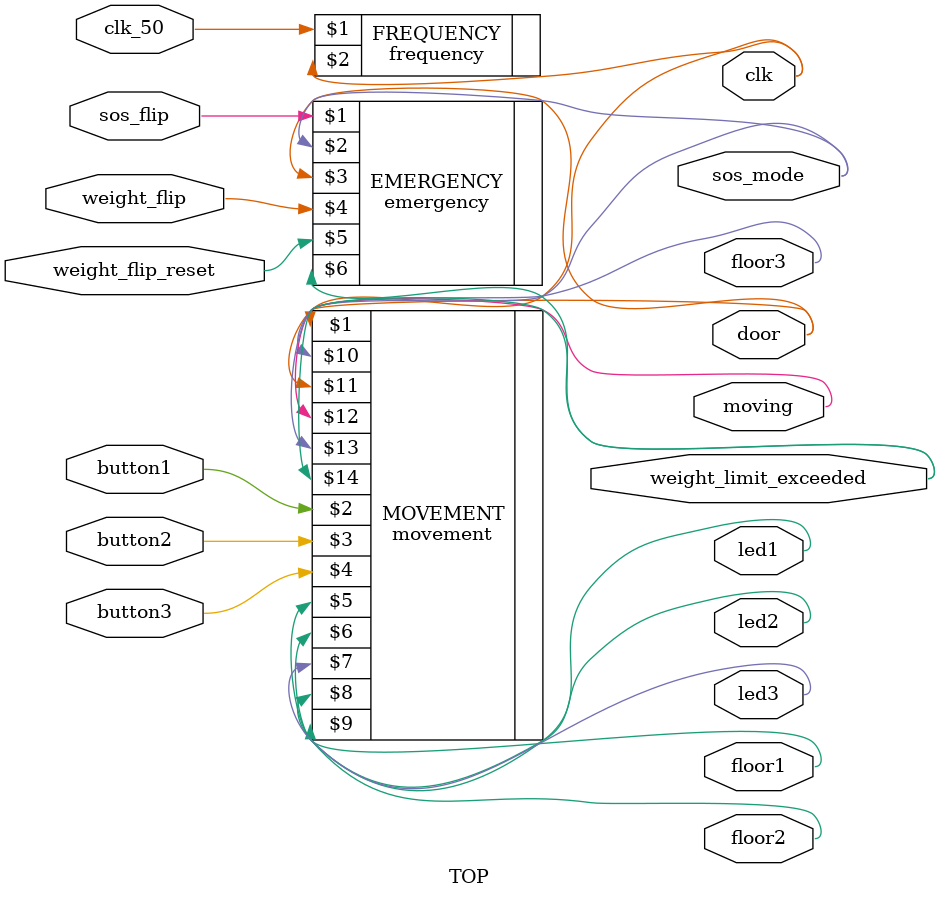
<source format=v>
module TOP (
    // ENTRADAS

    // clocks
    clk_50,
    clk,
    // botoes
    button1,
    button2,
    button3,
    // flips
    sos_flip,
    weight_flip,
    weight_flip_reset,

    // SAIDAS

    // chamadas (leds verdes)
    led1,
    led2,
    led3,
    // posicionamento (leds vermelhos)
    floor1,
    floor2,
    floor3,
    // movimentação (leds verdes)
    door,
    moving,
    // emergencia (leds vermelhos)
    sos_mode,
    weight_limit_exceeded
);
    input clk_50, button1, button2, button3, sos_flip, weight_flip, weight_flip_reset;
    output led1, led2, led3, floor1, floor2, floor3, door, moving, sos_mode, weight_limit_exceeded, clk;

    parameter clk_freq = 1;
    frequency #(clk_freq) FREQUENCY (
        clk_50,
        clk
    );
    movement MOVEMENT (
        clk,
        button1,
        button2,
        button3,
        led1,
        led2,
        led3,
        floor1,
        floor2,
        floor3,
        door,
        moving,
        sos_mode,
        weight_limit_exceeded
    );
    emergency EMERGENCY (
        sos_flip,
        sos_mode,
        door,
        weight_flip,
        weight_flip_reset,
        weight_limit_exceeded
    );
endmodule

</source>
